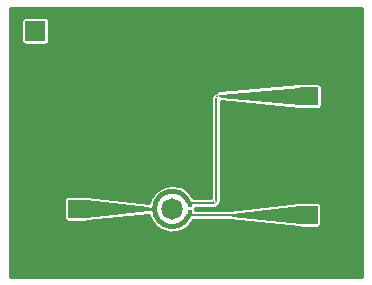
<source format=gtl>
G04 #@! TF.GenerationSoftware,KiCad,Pcbnew,(5.0.1)-4*
G04 #@! TF.CreationDate,2019-05-20T12:36:30-07:00*
G04 #@! TF.ProjectId,Fanout_circuit,46616E6F75745F636972637569742E6B,rev?*
G04 #@! TF.SameCoordinates,Original*
G04 #@! TF.FileFunction,Copper,L1,Top,Signal*
G04 #@! TF.FilePolarity,Positive*
%FSLAX46Y46*%
G04 Gerber Fmt 4.6, Leading zero omitted, Abs format (unit mm)*
G04 Created by KiCad (PCBNEW (5.0.1)-4) date 5/20/2019 12:36:30 PM*
%MOMM*%
%LPD*%
G01*
G04 APERTURE LIST*
G04 #@! TA.AperFunction,EtchedComponent*
%ADD10C,0.400000*%
G04 #@! TD*
G04 #@! TA.AperFunction,SMDPad,CuDef*
%ADD11R,1.900000X1.900000*%
G04 #@! TD*
G04 #@! TA.AperFunction,SMDPad,CuDef*
%ADD12R,1.500000X1.500000*%
G04 #@! TD*
G04 #@! TA.AperFunction,Conductor*
%ADD13R,0.126000X0.084000*%
G04 #@! TD*
G04 #@! TA.AperFunction,Conductor*
%ADD14R,0.084000X0.126000*%
G04 #@! TD*
G04 #@! TA.AperFunction,Conductor*
%ADD15C,0.063956*%
G04 #@! TD*
G04 #@! TA.AperFunction,Conductor*
%ADD16C,0.200000*%
G04 #@! TD*
G04 #@! TA.AperFunction,Conductor*
%ADD17C,0.043168*%
G04 #@! TD*
G04 #@! TA.AperFunction,Conductor*
%ADD18R,0.210000X0.200000*%
G04 #@! TD*
G04 #@! TA.AperFunction,Conductor*
%ADD19R,0.200000X0.210000*%
G04 #@! TD*
G04 #@! TA.AperFunction,Conductor*
%ADD20R,0.500000X0.210000*%
G04 #@! TD*
G04 #@! TA.AperFunction,Conductor*
%ADD21C,1.820000*%
G04 #@! TD*
G04 #@! TA.AperFunction,SMDPad,CuDef*
%ADD22R,0.300000X0.400000*%
G04 #@! TD*
G04 #@! TA.AperFunction,ViaPad*
%ADD23C,0.600000*%
G04 #@! TD*
G04 #@! TA.AperFunction,ComponentPad*
%ADD24R,1.700000X1.700000*%
G04 #@! TD*
G04 #@! TA.AperFunction,ComponentPad*
%ADD25O,1.700000X1.700000*%
G04 #@! TD*
G04 #@! TA.AperFunction,ViaPad*
%ADD26C,0.800000*%
G04 #@! TD*
G04 #@! TA.AperFunction,Conductor*
%ADD27C,0.250000*%
G04 #@! TD*
G04 #@! TA.AperFunction,Conductor*
%ADD28C,0.210000*%
G04 #@! TD*
G04 #@! TA.AperFunction,Conductor*
%ADD29C,0.254000*%
G04 #@! TD*
G04 APERTURE END LIST*
D10*
G04 #@! TO.C,R1*
X130210299Y-88551077D02*
G75*
G03X130200155Y-89722820I-1385299J-573923D01*
G01*
G04 #@! TD*
D11*
G04 #@! TO.P,CON1,2*
G04 #@! TO.N,GND*
X123125000Y-86750000D03*
X123125000Y-91500000D03*
X118375000Y-91500000D03*
X118375000Y-86750000D03*
D12*
G04 #@! TO.P,CON1,1*
G04 #@! TO.N,Net-(CON1-Pad1)*
X120750000Y-89125000D03*
G04 #@! TD*
D11*
G04 #@! TO.P,CON2,2*
G04 #@! TO.N,GND*
X142750000Y-87250000D03*
X142750000Y-92000000D03*
X138000000Y-92000000D03*
X138000000Y-87250000D03*
D12*
G04 #@! TO.P,CON2,1*
G04 #@! TO.N,Net-(CON2-Pad1)*
X140375000Y-89625000D03*
G04 #@! TD*
G04 #@! TO.P,CON3,1*
G04 #@! TO.N,/LO*
X140400000Y-79575000D03*
D11*
G04 #@! TO.P,CON3,2*
G04 #@! TO.N,GND*
X138025000Y-77200000D03*
X138025000Y-81950000D03*
X142775000Y-81950000D03*
X142775000Y-77200000D03*
G04 #@! TD*
D13*
G04 #@! TO.N,/LO*
G04 #@! TO.C,J1*
X132597000Y-79692000D03*
D14*
X132702000Y-79587000D03*
D15*
X132629500Y-79618400D03*
D16*
G36*
X132661426Y-79522552D02*
X132661497Y-79650326D01*
X132661426Y-79650397D01*
X132533652Y-79650326D01*
X132661426Y-79522552D01*
X132661426Y-79522552D01*
G37*
D17*
X132514900Y-79712000D03*
D16*
G36*
X132536431Y-79647335D02*
X132536502Y-79733531D01*
X132536431Y-79733602D01*
X132450235Y-79733531D01*
X132536431Y-79647335D01*
X132536431Y-79647335D01*
G37*
D17*
X132722200Y-79505000D03*
D16*
G36*
X132743731Y-79440335D02*
X132743802Y-79526531D01*
X132743731Y-79526602D01*
X132657535Y-79526531D01*
X132743731Y-79440335D01*
X132743731Y-79440335D01*
G37*
D18*
X132555000Y-79833000D03*
D19*
X132841900Y-79545000D03*
G04 #@! TD*
G04 #@! TO.N,/LO*
G04 #@! TO.C,J2*
X132268100Y-88620000D03*
D18*
X132555000Y-88332000D03*
D17*
X132387800Y-88660000D03*
D16*
G36*
X132366269Y-88724665D02*
X132366198Y-88638469D01*
X132366269Y-88638398D01*
X132452465Y-88638469D01*
X132366269Y-88724665D01*
X132366269Y-88724665D01*
G37*
D17*
X132595100Y-88453000D03*
D16*
G36*
X132573569Y-88517665D02*
X132573498Y-88431469D01*
X132573569Y-88431398D01*
X132659765Y-88431469D01*
X132573569Y-88517665D01*
X132573569Y-88517665D01*
G37*
D15*
X132480500Y-88546600D03*
D16*
G36*
X132448574Y-88642448D02*
X132448503Y-88514674D01*
X132448574Y-88514603D01*
X132576348Y-88514674D01*
X132448574Y-88642448D01*
X132448574Y-88642448D01*
G37*
D14*
X132408000Y-88578000D03*
D13*
X132513000Y-88473000D03*
G04 #@! TD*
D20*
G04 #@! TO.N,Net-(CON1-Pad1)*
G04 #@! TO.C,R1*
X127125000Y-89125000D03*
G04 #@! TO.N,/LO*
X130475000Y-88620000D03*
G04 #@! TO.N,Net-(CON2-Pad1)*
X130475000Y-89630000D03*
D21*
G04 #@! TO.N,GND*
X128825000Y-89125000D03*
D22*
G04 #@! TD*
G04 #@! TO.P,R1,2*
G04 #@! TO.N,/LO*
X130305000Y-88825000D03*
G04 #@! TO.P,R1,4*
G04 #@! TO.N,Net-(CON2-Pad1)*
X130305000Y-89425000D03*
D23*
G04 #@! TD*
G04 #@! TO.N,GND*
G04 #@! TO.C,R1*
X128775000Y-89125000D03*
D24*
G04 #@! TO.P,J3,1*
G04 #@! TO.N,+5V*
X117250000Y-74050000D03*
D25*
G04 #@! TO.P,J3,2*
G04 #@! TO.N,GND*
X119790000Y-74050000D03*
G04 #@! TD*
D26*
G04 #@! TO.N,GND*
X118250000Y-89250000D03*
X120750000Y-91500000D03*
X120750000Y-86750000D03*
X125075000Y-87900000D03*
X126550000Y-87850000D03*
X127700000Y-86750000D03*
X129250000Y-86725000D03*
X130825000Y-87550000D03*
X125050000Y-90325000D03*
X126550000Y-90175000D03*
X127725000Y-91425000D03*
X129625000Y-91500000D03*
X130900000Y-90750000D03*
X134475000Y-76225000D03*
X133200000Y-76225000D03*
X133175000Y-77525000D03*
X134450000Y-77550000D03*
X135950000Y-77575000D03*
X135950000Y-76325000D03*
X140325000Y-77225000D03*
X142725000Y-79500000D03*
X140425000Y-81850000D03*
X131675000Y-86275000D03*
X131650000Y-84950000D03*
X131625000Y-83700000D03*
X131625000Y-82375000D03*
X131600000Y-81025000D03*
X131550000Y-79675000D03*
X132050000Y-78625000D03*
X132275000Y-90650000D03*
X133550000Y-90775000D03*
X134800000Y-90925000D03*
X136100000Y-91025000D03*
X140275000Y-91950000D03*
X142750000Y-89825000D03*
X140325000Y-87350000D03*
X136150000Y-88350000D03*
X134800000Y-88500000D03*
X133525000Y-88625000D03*
X133525000Y-87275000D03*
X133525000Y-85950000D03*
X133525000Y-84575000D03*
X133525000Y-83150000D03*
X133525000Y-81850000D03*
X133500000Y-80550000D03*
X134825000Y-80725000D03*
X136125000Y-80975000D03*
X120775000Y-81700000D03*
X118350000Y-81650000D03*
X116050000Y-81675000D03*
X116000000Y-83700000D03*
X118325000Y-83625000D03*
X116125000Y-86150000D03*
X116025000Y-88800000D03*
X116050000Y-91200000D03*
X116050000Y-93775000D03*
X118425000Y-93700000D03*
X120775000Y-93675000D03*
X123125000Y-93675000D03*
X126575000Y-93700000D03*
X130050000Y-93700000D03*
X133325000Y-93600000D03*
X135950000Y-93725000D03*
X138525000Y-93875000D03*
X142725000Y-93950000D03*
X137750000Y-75025000D03*
X142825000Y-75050000D03*
X142800000Y-72950000D03*
X140075000Y-72875000D03*
X137725000Y-72850000D03*
X137925000Y-84600000D03*
X142975000Y-84550000D03*
X135375000Y-82875000D03*
X135375000Y-86200000D03*
X129650000Y-78125000D03*
X129575000Y-73800000D03*
X129575000Y-81525000D03*
X129650000Y-83850000D03*
X127550000Y-83875000D03*
X127475000Y-81700000D03*
X125325000Y-83925000D03*
X125250000Y-81700000D03*
X123175000Y-83925000D03*
X123125000Y-81725000D03*
X134700000Y-72875000D03*
X131950000Y-72875000D03*
X131850000Y-75000000D03*
X134875000Y-75000000D03*
X116050000Y-79400000D03*
X118375000Y-79425000D03*
G04 #@! TD*
D27*
G04 #@! TO.N,GND*
X118375000Y-91500000D02*
X118375000Y-89375000D01*
X118375000Y-89375000D02*
X118250000Y-89250000D01*
X118375000Y-89125000D02*
X118250000Y-89250000D01*
X118375000Y-86750000D02*
X118375000Y-89125000D01*
X118375000Y-91500000D02*
X120750000Y-91500000D01*
X123125000Y-91500000D02*
X120750000Y-91500000D01*
X118375000Y-86750000D02*
X120750000Y-86750000D01*
X123125000Y-86750000D02*
X120750000Y-86750000D01*
X125075000Y-87500000D02*
X125075000Y-87900000D01*
X123125000Y-86750000D02*
X124325000Y-86750000D01*
X124325000Y-86750000D02*
X125075000Y-87500000D01*
X126550000Y-87850000D02*
X126600000Y-87850000D01*
X126600000Y-87850000D02*
X127700000Y-86750000D01*
X129250000Y-86725000D02*
X130000000Y-86725000D01*
X130000000Y-86725000D02*
X130825000Y-87550000D01*
X125050000Y-90775000D02*
X125050000Y-90325000D01*
X123125000Y-91500000D02*
X124325000Y-91500000D01*
X124325000Y-91500000D02*
X125050000Y-90775000D01*
X126550000Y-90175000D02*
X126550000Y-90250000D01*
X126550000Y-90250000D02*
X127725000Y-91425000D01*
X129625000Y-91500000D02*
X130150000Y-91500000D01*
X130150000Y-91500000D02*
X130900000Y-90750000D01*
X134500000Y-76200000D02*
X134475000Y-76225000D01*
X133200000Y-76225000D02*
X133200000Y-77500000D01*
X133200000Y-77500000D02*
X133175000Y-77525000D01*
X134450000Y-77550000D02*
X135925000Y-77550000D01*
X135925000Y-77550000D02*
X135950000Y-77575000D01*
X138025000Y-77200000D02*
X140300000Y-77200000D01*
X140300000Y-77200000D02*
X140325000Y-77225000D01*
X140350000Y-77200000D02*
X140325000Y-77225000D01*
X142775000Y-77200000D02*
X140350000Y-77200000D01*
X142775000Y-77200000D02*
X142775000Y-79450000D01*
X142775000Y-79450000D02*
X142725000Y-79500000D01*
X142775000Y-79550000D02*
X142725000Y-79500000D01*
X142775000Y-81950000D02*
X142775000Y-79550000D01*
X142775000Y-81950000D02*
X140525000Y-81950000D01*
X140525000Y-81950000D02*
X140425000Y-81850000D01*
X140325000Y-81950000D02*
X140425000Y-81850000D01*
X138025000Y-81950000D02*
X140325000Y-81950000D01*
X130825000Y-87550000D02*
X130825000Y-87125000D01*
X130825000Y-87125000D02*
X131675000Y-86275000D01*
X131650000Y-84950000D02*
X131650000Y-83725000D01*
X131650000Y-83725000D02*
X131625000Y-83700000D01*
X131625000Y-82375000D02*
X131625000Y-81050000D01*
X131625000Y-81050000D02*
X131600000Y-81025000D01*
X131550000Y-79675000D02*
X131550000Y-79125000D01*
X131550000Y-79125000D02*
X132050000Y-78625000D01*
X130900000Y-90750000D02*
X132175000Y-90750000D01*
X132175000Y-90750000D02*
X132275000Y-90650000D01*
X133550000Y-90775000D02*
X134650000Y-90775000D01*
X134650000Y-90775000D02*
X134800000Y-90925000D01*
X137025000Y-91025000D02*
X138000000Y-92000000D01*
X136100000Y-91025000D02*
X137025000Y-91025000D01*
X138000000Y-92000000D02*
X140225000Y-92000000D01*
X140225000Y-92000000D02*
X140275000Y-91950000D01*
X140325000Y-92000000D02*
X140275000Y-91950000D01*
X142750000Y-92000000D02*
X140325000Y-92000000D01*
X142750000Y-92000000D02*
X142750000Y-89825000D01*
X142750000Y-88450000D02*
X142750000Y-89825000D01*
X142750000Y-87250000D02*
X142750000Y-88450000D01*
X142750000Y-87250000D02*
X140425000Y-87250000D01*
X140425000Y-87250000D02*
X140325000Y-87350000D01*
X140225000Y-87250000D02*
X140325000Y-87350000D01*
X138000000Y-87250000D02*
X140225000Y-87250000D01*
X136150000Y-87900000D02*
X136150000Y-88350000D01*
X138000000Y-87250000D02*
X136800000Y-87250000D01*
X136800000Y-87250000D02*
X136150000Y-87900000D01*
X134800000Y-88500000D02*
X133650000Y-88500000D01*
X133650000Y-88500000D02*
X133525000Y-88625000D01*
X133525000Y-87275000D02*
X133525000Y-85950000D01*
X133525000Y-84575000D02*
X133525000Y-83150000D01*
X133525000Y-81850000D02*
X133525000Y-80575000D01*
X133525000Y-80575000D02*
X133500000Y-80550000D01*
X134825000Y-80725000D02*
X135875000Y-80725000D01*
X135875000Y-80725000D02*
X136125000Y-80975000D01*
X137100000Y-81950000D02*
X136125000Y-80975000D01*
X138025000Y-81950000D02*
X137100000Y-81950000D01*
X120750000Y-86750000D02*
X120750000Y-81725000D01*
X120750000Y-81725000D02*
X120775000Y-81700000D01*
X118350000Y-81650000D02*
X116075000Y-81650000D01*
X116075000Y-81650000D02*
X116050000Y-81675000D01*
X116000000Y-83700000D02*
X118250000Y-83700000D01*
X118250000Y-83700000D02*
X118325000Y-83625000D01*
X116125000Y-86150000D02*
X116125000Y-88700000D01*
X116125000Y-88700000D02*
X116025000Y-88800000D01*
X116050000Y-91200000D02*
X116050000Y-93775000D01*
X118425000Y-93700000D02*
X120750000Y-93700000D01*
X120750000Y-93700000D02*
X120775000Y-93675000D01*
X123125000Y-93675000D02*
X126550000Y-93675000D01*
X126550000Y-93675000D02*
X126575000Y-93700000D01*
X130050000Y-93700000D02*
X133225000Y-93700000D01*
X133225000Y-93700000D02*
X133325000Y-93600000D01*
X135950000Y-93725000D02*
X138375000Y-93725000D01*
X138375000Y-93725000D02*
X138525000Y-93875000D01*
X137750000Y-75025000D02*
X142800000Y-75025000D01*
X142800000Y-75025000D02*
X142825000Y-75050000D01*
X142800000Y-72950000D02*
X140150000Y-72950000D01*
X140150000Y-72950000D02*
X140075000Y-72875000D01*
X138025000Y-81950000D02*
X138025000Y-84500000D01*
X138025000Y-84500000D02*
X137925000Y-84600000D01*
X137925000Y-84600000D02*
X137100000Y-84600000D01*
X137100000Y-84600000D02*
X135375000Y-82875000D01*
X129575000Y-78200000D02*
X129650000Y-78125000D01*
X129625000Y-83875000D02*
X129650000Y-83850000D01*
X129575000Y-81525000D02*
X129575000Y-78200000D01*
X127550000Y-83875000D02*
X129625000Y-83875000D01*
X125250000Y-81700000D02*
X127475000Y-81700000D01*
X123175000Y-83925000D02*
X125325000Y-83925000D01*
X123100000Y-81700000D02*
X123125000Y-81725000D01*
X120775000Y-81700000D02*
X123100000Y-81700000D01*
X137725000Y-72850000D02*
X134725000Y-72850000D01*
X134725000Y-72850000D02*
X134700000Y-72875000D01*
X131950000Y-72875000D02*
X131950000Y-74900000D01*
X131950000Y-74900000D02*
X131850000Y-75000000D01*
X137725000Y-75000000D02*
X137750000Y-75025000D01*
X134875000Y-75000000D02*
X137725000Y-75000000D01*
X116050000Y-79400000D02*
X118350000Y-79400000D01*
X118350000Y-79400000D02*
X118375000Y-79425000D01*
G04 #@! TO.N,Net-(CON1-Pad1)*
X120750000Y-89125000D02*
X127125000Y-89125000D01*
G04 #@! TO.N,Net-(CON2-Pad1)*
X140370000Y-89630000D02*
X140375000Y-89625000D01*
D28*
X130475000Y-89630000D02*
X140370000Y-89630000D01*
G04 #@! TO.N,/LO*
X130475000Y-88620000D02*
X132253100Y-88620000D01*
X132555000Y-88332000D02*
X132555000Y-79848000D01*
D27*
X140370000Y-79545000D02*
X140400000Y-79575000D01*
D28*
X132841900Y-79545000D02*
X140370000Y-79545000D01*
G04 #@! TD*
D29*
G04 #@! TO.N,Net-(CON1-Pad1)*
G36*
X126817778Y-89067434D02*
X126811089Y-89159716D01*
X121494620Y-89747821D01*
X120658563Y-89726383D01*
X120720771Y-88523694D01*
X121495035Y-88502187D01*
X126817778Y-89067434D01*
X126817778Y-89067434D01*
G37*
X126817778Y-89067434D02*
X126811089Y-89159716D01*
X121494620Y-89747821D01*
X120658563Y-89726383D01*
X120720771Y-88523694D01*
X121495035Y-88502187D01*
X126817778Y-89067434D01*
G04 #@! TO.N,/LO*
G36*
X140406424Y-78995431D02*
X140489161Y-80133074D01*
X139651236Y-80197530D01*
X132993125Y-79555498D01*
X139652117Y-78952328D01*
X140406424Y-78995431D01*
X140406424Y-78995431D01*
G37*
X140406424Y-78995431D02*
X140489161Y-80133074D01*
X139651236Y-80197530D01*
X132993125Y-79555498D01*
X139652117Y-78952328D01*
X140406424Y-78995431D01*
G04 #@! TO.N,GND*
G36*
X144873000Y-94873000D02*
X115127000Y-94873000D01*
X115127000Y-88375000D01*
X119666594Y-88375000D01*
X119666594Y-89875000D01*
X119691973Y-90002589D01*
X119764246Y-90110754D01*
X119872411Y-90183027D01*
X120000000Y-90208406D01*
X121500000Y-90208406D01*
X121549969Y-90198467D01*
X126877954Y-89609087D01*
X126947713Y-89873977D01*
X126964727Y-89911829D01*
X126974982Y-89952048D01*
X127018663Y-90031818D01*
X127291534Y-90441683D01*
X127319892Y-90471983D01*
X127342621Y-90506711D01*
X127409785Y-90568032D01*
X127800706Y-90867410D01*
X127837350Y-90886891D01*
X127870102Y-90912384D01*
X127953508Y-90948643D01*
X128420328Y-91105256D01*
X128461307Y-91111817D01*
X128500552Y-91125327D01*
X128591204Y-91132614D01*
X128591206Y-91132614D01*
X129083585Y-91129571D01*
X129124479Y-91122504D01*
X129165983Y-91122574D01*
X129254108Y-91100105D01*
X129254111Y-91100104D01*
X129254113Y-91100103D01*
X129718959Y-90937736D01*
X129755359Y-90917804D01*
X129794651Y-90904425D01*
X129870747Y-90854621D01*
X130257939Y-90550433D01*
X130285923Y-90519783D01*
X130318758Y-90494401D01*
X130374620Y-90422633D01*
X130604183Y-90068406D01*
X130725000Y-90068406D01*
X130757205Y-90062000D01*
X133699646Y-90062000D01*
X139575401Y-90698540D01*
X139625000Y-90708406D01*
X139811746Y-90708406D01*
X140364106Y-90726818D01*
X140460949Y-90708406D01*
X141125000Y-90708406D01*
X141252589Y-90683027D01*
X141360754Y-90610754D01*
X141433027Y-90502589D01*
X141458406Y-90375000D01*
X141458406Y-88875000D01*
X141433027Y-88747411D01*
X141360754Y-88639246D01*
X141252589Y-88566973D01*
X141125000Y-88541594D01*
X139625000Y-88541594D01*
X139575401Y-88551460D01*
X133607338Y-89198000D01*
X130783035Y-89198000D01*
X130768515Y-89125000D01*
X130783035Y-89052000D01*
X132135895Y-89052000D01*
X132168100Y-89058406D01*
X132368100Y-89058406D01*
X132495689Y-89033027D01*
X132603854Y-88960754D01*
X132608216Y-88954226D01*
X132684063Y-88878379D01*
X132684328Y-88878202D01*
X132808684Y-88753846D01*
X132809323Y-88753419D01*
X132893446Y-88669296D01*
X132895754Y-88667754D01*
X132968027Y-88559589D01*
X132993406Y-88432000D01*
X132993406Y-88232000D01*
X132987000Y-88199795D01*
X132987000Y-80011013D01*
X139602291Y-80648916D01*
X139650000Y-80658406D01*
X141150000Y-80658406D01*
X141277589Y-80633027D01*
X141385754Y-80560754D01*
X141458027Y-80452589D01*
X141483406Y-80325000D01*
X141483406Y-78825000D01*
X141458027Y-78697411D01*
X141385754Y-78589246D01*
X141277589Y-78516973D01*
X141150000Y-78491594D01*
X139650000Y-78491594D01*
X139603227Y-78500898D01*
X132916340Y-79106594D01*
X132741900Y-79106594D01*
X132614311Y-79131973D01*
X132506146Y-79204246D01*
X132501784Y-79210774D01*
X132425937Y-79286621D01*
X132425672Y-79286798D01*
X132301316Y-79411154D01*
X132300677Y-79411581D01*
X132216554Y-79495704D01*
X132214246Y-79497246D01*
X132141973Y-79605411D01*
X132116594Y-79733000D01*
X132116594Y-79933000D01*
X132123001Y-79965210D01*
X132123000Y-88188000D01*
X130757205Y-88188000D01*
X130725000Y-88181594D01*
X130609881Y-88181594D01*
X130530595Y-88034369D01*
X130515432Y-88014788D01*
X130505276Y-87992195D01*
X130448531Y-87921123D01*
X130109256Y-87564276D01*
X130076111Y-87539303D01*
X130047749Y-87508999D01*
X129971048Y-87460144D01*
X129971043Y-87460140D01*
X129971040Y-87460139D01*
X129534470Y-87232429D01*
X129495022Y-87219538D01*
X129458373Y-87200055D01*
X129369980Y-87178678D01*
X129369977Y-87178677D01*
X129369976Y-87178677D01*
X128883182Y-87104657D01*
X128841685Y-87105239D01*
X128800703Y-87098678D01*
X128710147Y-87107085D01*
X128225622Y-87194736D01*
X128186551Y-87208729D01*
X128145652Y-87215796D01*
X128062701Y-87253083D01*
X127632691Y-87492955D01*
X127600260Y-87518848D01*
X127563854Y-87538783D01*
X127497453Y-87600929D01*
X127168325Y-87967157D01*
X127146031Y-88002158D01*
X127118045Y-88032810D01*
X127075354Y-88113114D01*
X126882599Y-88566206D01*
X126872843Y-88606543D01*
X126868611Y-88616279D01*
X121549257Y-88051392D01*
X121500000Y-88041594D01*
X120000000Y-88041594D01*
X119872411Y-88066973D01*
X119764246Y-88139246D01*
X119691973Y-88247411D01*
X119666594Y-88375000D01*
X115127000Y-88375000D01*
X115127000Y-73200000D01*
X116066594Y-73200000D01*
X116066594Y-74900000D01*
X116091973Y-75027589D01*
X116164246Y-75135754D01*
X116272411Y-75208027D01*
X116400000Y-75233406D01*
X118100000Y-75233406D01*
X118227589Y-75208027D01*
X118335754Y-75135754D01*
X118408027Y-75027589D01*
X118433406Y-74900000D01*
X118433406Y-73200000D01*
X118408027Y-73072411D01*
X118335754Y-72964246D01*
X118227589Y-72891973D01*
X118100000Y-72866594D01*
X116400000Y-72866594D01*
X116272411Y-72891973D01*
X116164246Y-72964246D01*
X116091973Y-73072411D01*
X116066594Y-73200000D01*
X115127000Y-73200000D01*
X115127000Y-72127000D01*
X144873000Y-72127000D01*
X144873000Y-94873000D01*
X144873000Y-94873000D01*
G37*
X144873000Y-94873000D02*
X115127000Y-94873000D01*
X115127000Y-88375000D01*
X119666594Y-88375000D01*
X119666594Y-89875000D01*
X119691973Y-90002589D01*
X119764246Y-90110754D01*
X119872411Y-90183027D01*
X120000000Y-90208406D01*
X121500000Y-90208406D01*
X121549969Y-90198467D01*
X126877954Y-89609087D01*
X126947713Y-89873977D01*
X126964727Y-89911829D01*
X126974982Y-89952048D01*
X127018663Y-90031818D01*
X127291534Y-90441683D01*
X127319892Y-90471983D01*
X127342621Y-90506711D01*
X127409785Y-90568032D01*
X127800706Y-90867410D01*
X127837350Y-90886891D01*
X127870102Y-90912384D01*
X127953508Y-90948643D01*
X128420328Y-91105256D01*
X128461307Y-91111817D01*
X128500552Y-91125327D01*
X128591204Y-91132614D01*
X128591206Y-91132614D01*
X129083585Y-91129571D01*
X129124479Y-91122504D01*
X129165983Y-91122574D01*
X129254108Y-91100105D01*
X129254111Y-91100104D01*
X129254113Y-91100103D01*
X129718959Y-90937736D01*
X129755359Y-90917804D01*
X129794651Y-90904425D01*
X129870747Y-90854621D01*
X130257939Y-90550433D01*
X130285923Y-90519783D01*
X130318758Y-90494401D01*
X130374620Y-90422633D01*
X130604183Y-90068406D01*
X130725000Y-90068406D01*
X130757205Y-90062000D01*
X133699646Y-90062000D01*
X139575401Y-90698540D01*
X139625000Y-90708406D01*
X139811746Y-90708406D01*
X140364106Y-90726818D01*
X140460949Y-90708406D01*
X141125000Y-90708406D01*
X141252589Y-90683027D01*
X141360754Y-90610754D01*
X141433027Y-90502589D01*
X141458406Y-90375000D01*
X141458406Y-88875000D01*
X141433027Y-88747411D01*
X141360754Y-88639246D01*
X141252589Y-88566973D01*
X141125000Y-88541594D01*
X139625000Y-88541594D01*
X139575401Y-88551460D01*
X133607338Y-89198000D01*
X130783035Y-89198000D01*
X130768515Y-89125000D01*
X130783035Y-89052000D01*
X132135895Y-89052000D01*
X132168100Y-89058406D01*
X132368100Y-89058406D01*
X132495689Y-89033027D01*
X132603854Y-88960754D01*
X132608216Y-88954226D01*
X132684063Y-88878379D01*
X132684328Y-88878202D01*
X132808684Y-88753846D01*
X132809323Y-88753419D01*
X132893446Y-88669296D01*
X132895754Y-88667754D01*
X132968027Y-88559589D01*
X132993406Y-88432000D01*
X132993406Y-88232000D01*
X132987000Y-88199795D01*
X132987000Y-80011013D01*
X139602291Y-80648916D01*
X139650000Y-80658406D01*
X141150000Y-80658406D01*
X141277589Y-80633027D01*
X141385754Y-80560754D01*
X141458027Y-80452589D01*
X141483406Y-80325000D01*
X141483406Y-78825000D01*
X141458027Y-78697411D01*
X141385754Y-78589246D01*
X141277589Y-78516973D01*
X141150000Y-78491594D01*
X139650000Y-78491594D01*
X139603227Y-78500898D01*
X132916340Y-79106594D01*
X132741900Y-79106594D01*
X132614311Y-79131973D01*
X132506146Y-79204246D01*
X132501784Y-79210774D01*
X132425937Y-79286621D01*
X132425672Y-79286798D01*
X132301316Y-79411154D01*
X132300677Y-79411581D01*
X132216554Y-79495704D01*
X132214246Y-79497246D01*
X132141973Y-79605411D01*
X132116594Y-79733000D01*
X132116594Y-79933000D01*
X132123001Y-79965210D01*
X132123000Y-88188000D01*
X130757205Y-88188000D01*
X130725000Y-88181594D01*
X130609881Y-88181594D01*
X130530595Y-88034369D01*
X130515432Y-88014788D01*
X130505276Y-87992195D01*
X130448531Y-87921123D01*
X130109256Y-87564276D01*
X130076111Y-87539303D01*
X130047749Y-87508999D01*
X129971048Y-87460144D01*
X129971043Y-87460140D01*
X129971040Y-87460139D01*
X129534470Y-87232429D01*
X129495022Y-87219538D01*
X129458373Y-87200055D01*
X129369980Y-87178678D01*
X129369977Y-87178677D01*
X129369976Y-87178677D01*
X128883182Y-87104657D01*
X128841685Y-87105239D01*
X128800703Y-87098678D01*
X128710147Y-87107085D01*
X128225622Y-87194736D01*
X128186551Y-87208729D01*
X128145652Y-87215796D01*
X128062701Y-87253083D01*
X127632691Y-87492955D01*
X127600260Y-87518848D01*
X127563854Y-87538783D01*
X127497453Y-87600929D01*
X127168325Y-87967157D01*
X127146031Y-88002158D01*
X127118045Y-88032810D01*
X127075354Y-88113114D01*
X126882599Y-88566206D01*
X126872843Y-88606543D01*
X126868611Y-88616279D01*
X121549257Y-88051392D01*
X121500000Y-88041594D01*
X120000000Y-88041594D01*
X119872411Y-88066973D01*
X119764246Y-88139246D01*
X119691973Y-88247411D01*
X119666594Y-88375000D01*
X115127000Y-88375000D01*
X115127000Y-73200000D01*
X116066594Y-73200000D01*
X116066594Y-74900000D01*
X116091973Y-75027589D01*
X116164246Y-75135754D01*
X116272411Y-75208027D01*
X116400000Y-75233406D01*
X118100000Y-75233406D01*
X118227589Y-75208027D01*
X118335754Y-75135754D01*
X118408027Y-75027589D01*
X118433406Y-74900000D01*
X118433406Y-73200000D01*
X118408027Y-73072411D01*
X118335754Y-72964246D01*
X118227589Y-72891973D01*
X118100000Y-72866594D01*
X116400000Y-72866594D01*
X116272411Y-72891973D01*
X116164246Y-72964246D01*
X116091973Y-73072411D01*
X116066594Y-73200000D01*
X115127000Y-73200000D01*
X115127000Y-72127000D01*
X144873000Y-72127000D01*
X144873000Y-94873000D01*
G04 #@! TO.N,Net-(CON2-Pad1)*
G36*
X140245829Y-90268623D02*
X139633957Y-90248228D01*
X133881087Y-89625000D01*
X139631856Y-89002000D01*
X140225065Y-89002000D01*
X140245829Y-90268623D01*
X140245829Y-90268623D01*
G37*
X140245829Y-90268623D02*
X139633957Y-90248228D01*
X133881087Y-89625000D01*
X139631856Y-89002000D01*
X140225065Y-89002000D01*
X140245829Y-90268623D01*
G04 #@! TD*
M02*

</source>
